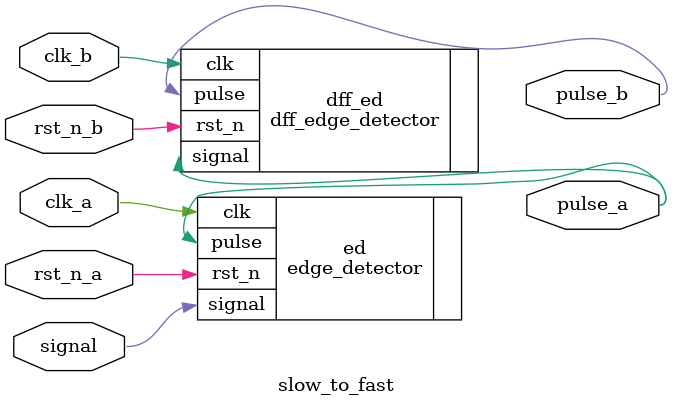
<source format=sv>
`timescale 1ns/1ps

module slow_to_fast (
    input logic rst_n_a,
    input logic rst_n_b,
    input logic clk_a,
    input logic clk_b,
    input logic signal,
    output wire pulse_a,
    output wire pulse_b
);
    edge_detector ed (
        .rst_n(rst_n_a),
        .clk(clk_a),
        .signal(signal),
        .pulse(pulse_a)
    );

    dff_edge_detector dff_ed (
        .rst_n(rst_n_b),
        .clk(clk_b),
        .signal(pulse_a),
        .pulse(pulse_b)
    );


endmodule
</source>
